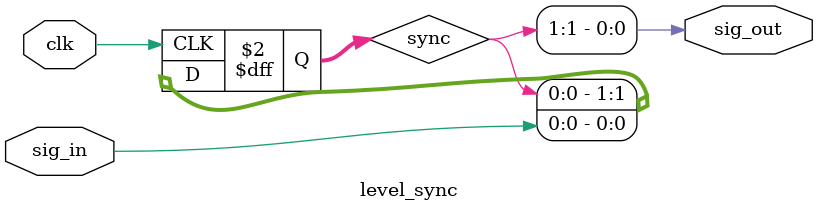
<source format=sv>
`timescale 1 ns / 1 ps

/**
* Synchronizes the sig_in to the clk. Handles metastability issues by running
* through synchronization registers.
*/
module level_sync (
    input logic clk,
    input logic sig_in,
    output logic sig_out
);

    logic [1:0] sync;

    assign sig_out = sync[1];

    always_ff @(posedge clk)
    begin
        sync[0] <= sig_in;
        sync[1] <= sync[0];
    end

endmodule // synchronizer
</source>
